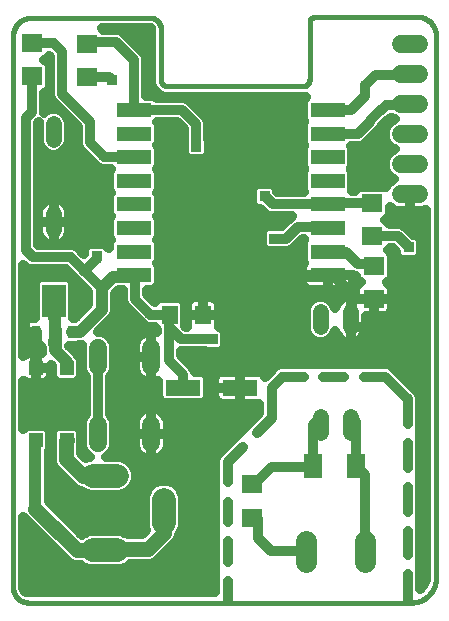
<source format=gtl>
G75*
%MOIN*%
%OFA0B0*%
%FSLAX25Y25*%
%IPPOS*%
%LPD*%
%AMOC8*
5,1,8,0,0,1.08239X$1,22.5*
%
%ADD10C,0.03200*%
%ADD11C,0.01600*%
%ADD12R,0.05512X0.06299*%
%ADD13R,0.07087X0.06299*%
%ADD14R,0.11811X0.04724*%
%ADD15C,0.06000*%
%ADD16C,0.05200*%
%ADD17R,0.11811X0.05512*%
%ADD18R,0.02756X0.04331*%
%ADD19R,0.02756X0.07087*%
%ADD20R,0.07874X0.11024*%
%ADD21R,0.02500X0.05000*%
%ADD22C,0.07050*%
%ADD23R,0.05906X0.08268*%
%ADD24R,0.04724X0.04724*%
%ADD25C,0.07874*%
%ADD26R,0.03562X0.03562*%
%ADD27C,0.04000*%
%ADD28C,0.03562*%
%ADD29C,0.05000*%
D10*
X0039445Y0047941D02*
X0040065Y0047684D01*
X0040400Y0047651D01*
X0102735Y0047651D01*
X0102735Y0091937D01*
X0103375Y0093481D01*
X0117302Y0107408D01*
X0117302Y0110602D01*
X0117034Y0110549D01*
X0110872Y0110549D01*
X0110872Y0115905D01*
X0110872Y0115905D01*
X0102367Y0115905D01*
X0102367Y0118917D01*
X0102467Y0119419D01*
X0102663Y0119892D01*
X0102947Y0120318D01*
X0103310Y0120680D01*
X0103735Y0120965D01*
X0104209Y0121161D01*
X0104711Y0121261D01*
X0110872Y0121261D01*
X0110872Y0115905D01*
X0110872Y0115905D01*
X0102367Y0115905D01*
X0102367Y0112893D01*
X0102467Y0112390D01*
X0102663Y0111917D01*
X0102947Y0111491D01*
X0103310Y0111129D01*
X0103735Y0110845D01*
X0104209Y0110649D01*
X0104711Y0110549D01*
X0110872Y0110549D01*
X0110872Y0115905D01*
X0110872Y0121261D01*
X0117034Y0121261D01*
X0117536Y0121161D01*
X0118010Y0120965D01*
X0118435Y0120680D01*
X0118797Y0120318D01*
X0119082Y0119892D01*
X0119219Y0119561D01*
X0121485Y0121827D01*
X0121485Y0121827D01*
X0122667Y0123009D01*
X0124210Y0123648D01*
X0160133Y0123648D01*
X0161677Y0123009D01*
X0169157Y0115528D01*
X0170339Y0114347D01*
X0170978Y0112803D01*
X0170978Y0048769D01*
X0171401Y0049077D01*
X0172296Y0050309D01*
X0172767Y0051757D01*
X0172827Y0052519D01*
X0172827Y0175201D01*
X0172653Y0175112D01*
X0171814Y0174839D01*
X0170944Y0174702D01*
X0167503Y0174702D01*
X0167503Y0180301D01*
X0167503Y0180301D01*
X0167503Y0174702D01*
X0164062Y0174702D01*
X0163192Y0174839D01*
X0162353Y0175112D01*
X0161568Y0175512D01*
X0160914Y0175987D01*
X0160914Y0173694D01*
X0160548Y0172809D01*
X0159871Y0172132D01*
X0159094Y0171810D01*
X0159871Y0171489D01*
X0160548Y0170812D01*
X0160757Y0170305D01*
X0164425Y0170305D01*
X0165898Y0169695D01*
X0168650Y0166943D01*
X0169432Y0166943D01*
X0170316Y0166577D01*
X0170993Y0165900D01*
X0171360Y0165015D01*
X0171360Y0160495D01*
X0170993Y0159611D01*
X0170316Y0158933D01*
X0169432Y0158567D01*
X0164912Y0158567D01*
X0164027Y0158933D01*
X0163350Y0159611D01*
X0162983Y0160495D01*
X0162983Y0161276D01*
X0161969Y0162291D01*
X0160757Y0162291D01*
X0160548Y0161785D01*
X0160413Y0161650D01*
X0160423Y0161646D01*
X0161100Y0160969D01*
X0161467Y0160084D01*
X0161467Y0152827D01*
X0161100Y0151943D01*
X0160423Y0151266D01*
X0159899Y0151048D01*
X0160291Y0150886D01*
X0160717Y0150601D01*
X0161079Y0150239D01*
X0161364Y0149813D01*
X0161560Y0149340D01*
X0161660Y0148838D01*
X0161660Y0145432D01*
X0155517Y0145432D01*
X0155517Y0145432D01*
X0155517Y0139683D01*
X0159316Y0139683D01*
X0159818Y0139783D01*
X0160291Y0139979D01*
X0160717Y0140263D01*
X0161079Y0140625D01*
X0161364Y0141051D01*
X0161560Y0141524D01*
X0161660Y0142027D01*
X0161660Y0145432D01*
X0155517Y0145432D01*
X0155516Y0145432D01*
X0155516Y0139683D01*
X0152962Y0139683D01*
X0152962Y0136023D01*
X0147762Y0136023D01*
X0147762Y0146423D01*
X0147353Y0146423D01*
X0146545Y0146295D01*
X0145766Y0146042D01*
X0145037Y0145670D01*
X0144375Y0145189D01*
X0143796Y0144610D01*
X0143315Y0143948D01*
X0142943Y0143219D01*
X0142690Y0142441D01*
X0142687Y0142418D01*
X0142007Y0144059D01*
X0140598Y0145468D01*
X0138758Y0146230D01*
X0136766Y0146230D01*
X0134926Y0145468D01*
X0133517Y0144059D01*
X0132755Y0142219D01*
X0132755Y0135027D01*
X0133517Y0133187D01*
X0134926Y0131778D01*
X0136766Y0131016D01*
X0138758Y0131016D01*
X0140598Y0131778D01*
X0142007Y0133187D01*
X0142687Y0134828D01*
X0142690Y0134805D01*
X0142943Y0134027D01*
X0143315Y0133297D01*
X0143796Y0132635D01*
X0144375Y0132056D01*
X0145037Y0131575D01*
X0145766Y0131204D01*
X0146545Y0130951D01*
X0147353Y0130823D01*
X0147762Y0130823D01*
X0147762Y0136023D01*
X0147762Y0136023D01*
X0147762Y0146423D01*
X0148171Y0146423D01*
X0148980Y0146295D01*
X0149373Y0146167D01*
X0149373Y0148838D01*
X0149473Y0149340D01*
X0149669Y0149813D01*
X0149954Y0150239D01*
X0150316Y0150601D01*
X0150742Y0150886D01*
X0151134Y0151048D01*
X0150610Y0151266D01*
X0149933Y0151943D01*
X0149566Y0152827D01*
X0149566Y0153236D01*
X0149445Y0153236D01*
X0148607Y0153584D01*
X0148607Y0153361D01*
X0140102Y0153361D01*
X0140102Y0153361D01*
X0140102Y0148399D01*
X0146263Y0148399D01*
X0146765Y0148499D01*
X0147239Y0148695D01*
X0147664Y0148980D01*
X0148027Y0149342D01*
X0148311Y0149768D01*
X0148507Y0150241D01*
X0148607Y0150743D01*
X0148607Y0153361D01*
X0140102Y0153361D01*
X0140102Y0153361D01*
X0140102Y0148399D01*
X0133940Y0148399D01*
X0133438Y0148499D01*
X0132964Y0148695D01*
X0132539Y0148980D01*
X0132177Y0149342D01*
X0131892Y0149768D01*
X0131696Y0150241D01*
X0131596Y0150743D01*
X0131596Y0153361D01*
X0140101Y0153361D01*
X0140101Y0153361D01*
X0131596Y0153361D01*
X0131596Y0155980D01*
X0131696Y0156482D01*
X0131892Y0156955D01*
X0132177Y0157381D01*
X0132230Y0157435D01*
X0132155Y0157510D01*
X0131789Y0158394D01*
X0131789Y0164076D01*
X0132155Y0164961D01*
X0132367Y0165172D01*
X0132155Y0165384D01*
X0132132Y0165441D01*
X0131824Y0165441D01*
X0128497Y0162114D01*
X0127024Y0161504D01*
X0124987Y0161504D01*
X0124550Y0161323D01*
X0120030Y0161323D01*
X0119145Y0161689D01*
X0118468Y0162366D01*
X0118102Y0163251D01*
X0118102Y0167771D01*
X0118468Y0168656D01*
X0119145Y0169333D01*
X0120030Y0169699D01*
X0124550Y0169699D01*
X0124690Y0169641D01*
X0126767Y0171718D01*
X0127894Y0172845D01*
X0128211Y0172976D01*
X0121044Y0172976D01*
X0119571Y0173586D01*
X0117661Y0175496D01*
X0116880Y0175496D01*
X0115996Y0175863D01*
X0115318Y0176540D01*
X0114952Y0177424D01*
X0114952Y0181944D01*
X0115318Y0182829D01*
X0115996Y0183506D01*
X0116880Y0183872D01*
X0121400Y0183872D01*
X0122285Y0183506D01*
X0122962Y0182829D01*
X0123328Y0181944D01*
X0123328Y0181163D01*
X0123501Y0180991D01*
X0132297Y0180991D01*
X0132155Y0181132D01*
X0131789Y0182016D01*
X0131789Y0187698D01*
X0132155Y0188583D01*
X0132367Y0188794D01*
X0132155Y0189006D01*
X0131789Y0189890D01*
X0131789Y0195573D01*
X0132155Y0196457D01*
X0132367Y0196669D01*
X0132155Y0196880D01*
X0131789Y0197764D01*
X0131789Y0203447D01*
X0132155Y0204331D01*
X0132367Y0204543D01*
X0132155Y0204754D01*
X0131789Y0205639D01*
X0131789Y0211321D01*
X0132155Y0212205D01*
X0132833Y0212882D01*
X0132871Y0212898D01*
X0085711Y0212898D01*
X0083593Y0213776D01*
X0083593Y0213776D01*
X0081972Y0215397D01*
X0081972Y0215397D01*
X0081094Y0217514D01*
X0081094Y0235590D01*
X0081092Y0235618D01*
X0081070Y0235669D01*
X0081031Y0235709D01*
X0080979Y0235730D01*
X0080951Y0235733D01*
X0064917Y0235733D01*
X0065373Y0235277D01*
X0070217Y0235277D01*
X0071690Y0234667D01*
X0072817Y0233540D01*
X0078931Y0227426D01*
X0079541Y0225953D01*
X0079541Y0213249D01*
X0081919Y0213249D01*
X0082804Y0212882D01*
X0083255Y0212431D01*
X0092378Y0212431D01*
X0093851Y0211821D01*
X0094978Y0210694D01*
X0099703Y0205970D01*
X0100313Y0204497D01*
X0100313Y0198917D01*
X0100494Y0198480D01*
X0100494Y0193960D01*
X0100127Y0193075D01*
X0099450Y0192398D01*
X0098565Y0192031D01*
X0094046Y0192031D01*
X0093161Y0192398D01*
X0092484Y0193075D01*
X0092117Y0193960D01*
X0092117Y0198480D01*
X0092298Y0198917D01*
X0092298Y0202040D01*
X0089921Y0204417D01*
X0083395Y0204417D01*
X0083481Y0204331D01*
X0083847Y0203447D01*
X0083847Y0197764D01*
X0083481Y0196880D01*
X0083269Y0196669D01*
X0083481Y0196457D01*
X0083847Y0195573D01*
X0083847Y0189890D01*
X0083481Y0189006D01*
X0083269Y0188794D01*
X0083481Y0188583D01*
X0083847Y0187698D01*
X0083847Y0182016D01*
X0083481Y0181132D01*
X0083269Y0180920D01*
X0083481Y0180709D01*
X0083847Y0179824D01*
X0083847Y0174142D01*
X0083481Y0173258D01*
X0083269Y0173046D01*
X0083481Y0172835D01*
X0083847Y0171950D01*
X0083847Y0166268D01*
X0083481Y0165384D01*
X0083269Y0165172D01*
X0083481Y0164961D01*
X0083847Y0164076D01*
X0083847Y0158394D01*
X0083481Y0157510D01*
X0083269Y0157298D01*
X0083481Y0157087D01*
X0083847Y0156202D01*
X0083847Y0150520D01*
X0083481Y0149636D01*
X0082804Y0148959D01*
X0081919Y0148592D01*
X0079840Y0148592D01*
X0079840Y0147092D01*
X0082588Y0144344D01*
X0082746Y0144725D01*
X0083423Y0145402D01*
X0084308Y0145768D01*
X0090777Y0145768D01*
X0091662Y0145402D01*
X0092339Y0144725D01*
X0092705Y0143840D01*
X0092705Y0136583D01*
X0092592Y0136309D01*
X0092847Y0136054D01*
X0093414Y0136054D01*
X0093310Y0136304D01*
X0093210Y0136806D01*
X0093210Y0140212D01*
X0098566Y0140212D01*
X0098566Y0145961D01*
X0095554Y0145961D01*
X0095052Y0145861D01*
X0094579Y0145666D01*
X0094153Y0145381D01*
X0093791Y0145019D01*
X0093506Y0144593D01*
X0093310Y0144120D01*
X0093210Y0143617D01*
X0093210Y0140212D01*
X0098566Y0140212D01*
X0098566Y0140212D01*
X0098566Y0140212D01*
X0098566Y0145961D01*
X0101578Y0145961D01*
X0102080Y0145861D01*
X0102554Y0145666D01*
X0102979Y0145381D01*
X0103342Y0145019D01*
X0103626Y0144593D01*
X0103822Y0144120D01*
X0103922Y0143617D01*
X0103922Y0140212D01*
X0098566Y0140212D01*
X0108014Y0140212D01*
X0108510Y0140708D01*
X0110872Y0138346D01*
X0110872Y0115905D01*
X0110872Y0115905D01*
X0110872Y0115536D02*
X0110872Y0115536D01*
X0110872Y0118734D02*
X0110872Y0118734D01*
X0110872Y0112337D02*
X0110872Y0112337D01*
X0115834Y0105940D02*
X0086402Y0105940D01*
X0086539Y0105672D02*
X0086139Y0106457D01*
X0085621Y0107170D01*
X0084998Y0107793D01*
X0084285Y0108312D01*
X0083499Y0108712D01*
X0082661Y0108984D01*
X0081790Y0109122D01*
X0081350Y0109122D01*
X0081350Y0100522D01*
X0081350Y0100522D01*
X0086950Y0100522D01*
X0086950Y0103963D01*
X0086812Y0104833D01*
X0086539Y0105672D01*
X0086950Y0102742D02*
X0112636Y0102742D01*
X0109437Y0099543D02*
X0086950Y0099543D01*
X0086950Y0100522D02*
X0086950Y0097081D01*
X0086812Y0096211D01*
X0086539Y0095372D01*
X0086139Y0094587D01*
X0085621Y0093874D01*
X0084998Y0093251D01*
X0084285Y0092732D01*
X0083499Y0092332D01*
X0082661Y0092060D01*
X0081790Y0091922D01*
X0081350Y0091922D01*
X0081350Y0100522D01*
X0086950Y0100522D01*
X0086833Y0096345D02*
X0106239Y0096345D01*
X0103236Y0093146D02*
X0084854Y0093146D01*
X0081350Y0093146D02*
X0081350Y0093146D01*
X0081350Y0091922D02*
X0081350Y0100522D01*
X0081350Y0100522D01*
X0081350Y0100522D01*
X0081350Y0126122D01*
X0081350Y0117522D01*
X0081790Y0117522D01*
X0082661Y0117660D01*
X0083499Y0117932D01*
X0083662Y0118015D01*
X0083662Y0112670D01*
X0084029Y0111785D01*
X0084706Y0111108D01*
X0085590Y0110742D01*
X0098359Y0110742D01*
X0099244Y0111108D01*
X0099921Y0111785D01*
X0100287Y0112670D01*
X0100287Y0119139D01*
X0099921Y0120024D01*
X0099244Y0120701D01*
X0098359Y0121068D01*
X0095967Y0121068D01*
X0095372Y0122505D01*
X0091257Y0126620D01*
X0091257Y0128039D01*
X0099120Y0128039D01*
X0099557Y0127858D01*
X0104077Y0127858D01*
X0104962Y0128225D01*
X0105639Y0128902D01*
X0106005Y0129787D01*
X0106005Y0134306D01*
X0105639Y0135191D01*
X0104962Y0135868D01*
X0104077Y0136235D01*
X0103793Y0136235D01*
X0103822Y0136304D01*
X0103922Y0136806D01*
X0103922Y0140212D01*
X0098566Y0140212D01*
X0098566Y0140212D01*
X0098566Y0141124D02*
X0098566Y0141124D01*
X0098566Y0144322D02*
X0098566Y0144322D01*
X0093394Y0144322D02*
X0092506Y0144322D01*
X0092705Y0141124D02*
X0093210Y0141124D01*
X0093210Y0137925D02*
X0092705Y0137925D01*
X0087543Y0140212D02*
X0087250Y0139920D01*
X0087250Y0135983D01*
X0091187Y0132046D01*
X0101817Y0132046D01*
X0106005Y0131528D02*
X0135529Y0131528D01*
X0132879Y0134727D02*
X0105831Y0134727D01*
X0103922Y0137925D02*
X0132755Y0137925D01*
X0132755Y0141124D02*
X0103922Y0141124D01*
X0103738Y0144322D02*
X0133781Y0144322D01*
X0131601Y0150719D02*
X0083847Y0150719D01*
X0083847Y0153918D02*
X0131596Y0153918D01*
X0132000Y0157116D02*
X0083451Y0157116D01*
X0083847Y0160315D02*
X0131789Y0160315D01*
X0131789Y0163514D02*
X0129896Y0163514D01*
X0126227Y0165511D02*
X0130164Y0169448D01*
X0139763Y0169448D01*
X0140102Y0169109D01*
X0140102Y0161235D02*
X0146250Y0161235D01*
X0150243Y0157243D01*
X0154729Y0157243D01*
X0155517Y0156456D01*
X0150492Y0150719D02*
X0148602Y0150719D01*
X0149373Y0147521D02*
X0079840Y0147521D01*
X0075833Y0145432D02*
X0075833Y0153063D01*
X0075535Y0153361D01*
X0071826Y0148363D02*
X0071826Y0144635D01*
X0072436Y0143162D01*
X0073563Y0142035D01*
X0078784Y0136815D01*
X0080256Y0136205D01*
X0082536Y0136205D01*
X0082746Y0135699D01*
X0083243Y0135201D01*
X0083243Y0134395D01*
X0082661Y0134584D01*
X0081790Y0134722D01*
X0081350Y0134722D01*
X0081350Y0126122D01*
X0081350Y0126122D01*
X0081350Y0126122D01*
X0081350Y0117522D01*
X0080909Y0117522D01*
X0080038Y0117660D01*
X0079200Y0117932D01*
X0078415Y0118332D01*
X0077701Y0118851D01*
X0077078Y0119474D01*
X0076560Y0120187D01*
X0076160Y0120972D01*
X0075888Y0121811D01*
X0075750Y0122681D01*
X0075750Y0126122D01*
X0081349Y0126122D01*
X0081349Y0126122D01*
X0075750Y0126122D01*
X0075750Y0129563D01*
X0075888Y0130433D01*
X0076160Y0131272D01*
X0076560Y0132057D01*
X0077078Y0132770D01*
X0077701Y0133393D01*
X0078415Y0133912D01*
X0079200Y0134312D01*
X0080038Y0134584D01*
X0080909Y0134722D01*
X0081350Y0134722D01*
X0081350Y0126122D01*
X0081350Y0125131D02*
X0081350Y0125131D01*
X0081350Y0121933D02*
X0081350Y0121933D01*
X0081350Y0118734D02*
X0081350Y0118734D01*
X0083662Y0115536D02*
X0067557Y0115536D01*
X0067557Y0118734D02*
X0077861Y0118734D01*
X0075868Y0121933D02*
X0068910Y0121933D01*
X0068957Y0122047D02*
X0068957Y0130198D01*
X0068134Y0132185D01*
X0066612Y0133706D01*
X0064625Y0134529D01*
X0063711Y0134529D01*
X0067316Y0138134D01*
X0068556Y0139374D01*
X0069227Y0140993D01*
X0069227Y0147145D01*
X0070445Y0148363D01*
X0071826Y0148363D01*
X0071826Y0147521D02*
X0069603Y0147521D01*
X0069227Y0144322D02*
X0071956Y0144322D01*
X0074475Y0141124D02*
X0069227Y0141124D01*
X0067108Y0137925D02*
X0077673Y0137925D01*
X0081054Y0140212D02*
X0075833Y0145432D01*
X0081054Y0140212D02*
X0087543Y0140212D01*
X0087250Y0135983D02*
X0087250Y0124960D01*
X0091975Y0120235D01*
X0091975Y0115905D01*
X0095609Y0121933D02*
X0121591Y0121933D01*
X0125046Y0119448D02*
X0132196Y0119448D01*
X0138596Y0119448D02*
X0145747Y0119448D01*
X0152147Y0119448D02*
X0159298Y0119448D01*
X0166778Y0111968D01*
X0166778Y0103781D01*
X0170978Y0102742D02*
X0172827Y0102742D01*
X0172827Y0105940D02*
X0170978Y0105940D01*
X0170978Y0109139D02*
X0172827Y0109139D01*
X0172827Y0112337D02*
X0170978Y0112337D01*
X0169150Y0115536D02*
X0172827Y0115536D01*
X0172827Y0118734D02*
X0165951Y0118734D01*
X0162752Y0121933D02*
X0172827Y0121933D01*
X0172827Y0125131D02*
X0092746Y0125131D01*
X0100287Y0118734D02*
X0102367Y0118734D01*
X0102367Y0115536D02*
X0100287Y0115536D01*
X0100150Y0112337D02*
X0102489Y0112337D01*
X0105067Y0128330D02*
X0172827Y0128330D01*
X0172827Y0131528D02*
X0150395Y0131528D01*
X0150488Y0131575D02*
X0151150Y0132056D01*
X0151729Y0132635D01*
X0152210Y0133297D01*
X0152581Y0134027D01*
X0152834Y0134805D01*
X0152962Y0135614D01*
X0152962Y0136023D01*
X0147762Y0136023D01*
X0148274Y0136535D01*
X0148274Y0147007D01*
X0149849Y0145432D01*
X0155517Y0145432D01*
X0155516Y0144322D02*
X0155517Y0144322D01*
X0155516Y0141124D02*
X0155517Y0141124D01*
X0152962Y0137925D02*
X0172827Y0137925D01*
X0172827Y0141124D02*
X0161394Y0141124D01*
X0161660Y0144322D02*
X0172827Y0144322D01*
X0172827Y0147521D02*
X0161660Y0147521D01*
X0160541Y0150719D02*
X0172827Y0150719D01*
X0172827Y0153918D02*
X0161467Y0153918D01*
X0161467Y0157116D02*
X0172827Y0157116D01*
X0172827Y0160315D02*
X0171285Y0160315D01*
X0171360Y0163514D02*
X0172827Y0163514D01*
X0172827Y0166712D02*
X0169990Y0166712D01*
X0172827Y0169911D02*
X0165379Y0169911D01*
X0163628Y0166298D02*
X0167172Y0162755D01*
X0163058Y0160315D02*
X0161371Y0160315D01*
X0163628Y0166298D02*
X0154964Y0166298D01*
X0160672Y0173109D02*
X0172827Y0173109D01*
X0167503Y0176308D02*
X0167503Y0176308D01*
X0167503Y0179506D02*
X0167503Y0179506D01*
X0162189Y0185408D02*
X0161440Y0185718D01*
X0159919Y0187239D01*
X0159096Y0189226D01*
X0159096Y0191377D01*
X0159919Y0193364D01*
X0161440Y0194885D01*
X0162445Y0195302D01*
X0161440Y0195718D01*
X0159919Y0197239D01*
X0159096Y0199226D01*
X0159096Y0201377D01*
X0159919Y0203364D01*
X0161440Y0204885D01*
X0162445Y0205302D01*
X0161440Y0205718D01*
X0161258Y0205899D01*
X0160386Y0205027D01*
X0159714Y0204749D01*
X0157855Y0202890D01*
X0157577Y0202218D01*
X0156449Y0201090D01*
X0152567Y0197208D01*
X0151095Y0196598D01*
X0147906Y0196598D01*
X0148048Y0196457D01*
X0148414Y0195573D01*
X0148414Y0189890D01*
X0148048Y0189006D01*
X0147836Y0188794D01*
X0148048Y0188583D01*
X0148414Y0187698D01*
X0148414Y0182016D01*
X0148129Y0181329D01*
X0149170Y0181329D01*
X0149380Y0181835D01*
X0150057Y0182512D01*
X0150942Y0182879D01*
X0158986Y0182879D01*
X0159436Y0182692D01*
X0159714Y0183237D01*
X0160232Y0183950D01*
X0160855Y0184573D01*
X0161568Y0185091D01*
X0162189Y0185408D01*
X0161255Y0185903D02*
X0148414Y0185903D01*
X0148414Y0182705D02*
X0150521Y0182705D01*
X0148087Y0189102D02*
X0159148Y0189102D01*
X0159478Y0192300D02*
X0148414Y0192300D01*
X0148414Y0195499D02*
X0161969Y0195499D01*
X0159315Y0198697D02*
X0154056Y0198697D01*
X0157255Y0201896D02*
X0159311Y0201896D01*
X0160453Y0205094D02*
X0161944Y0205094D01*
X0158117Y0208424D02*
X0159691Y0209999D01*
X0167201Y0209999D01*
X0167503Y0210302D01*
X0158117Y0208424D02*
X0157723Y0208424D01*
X0154180Y0204881D01*
X0154180Y0204487D01*
X0150298Y0200606D01*
X0140102Y0200606D01*
X0140102Y0208480D02*
X0147935Y0208480D01*
X0152605Y0213149D01*
X0152605Y0216692D01*
X0156148Y0220235D01*
X0167437Y0220235D01*
X0167503Y0220302D01*
X0159443Y0182705D02*
X0159406Y0182705D01*
X0154964Y0177322D02*
X0140440Y0177322D01*
X0140102Y0176983D01*
X0121841Y0176983D01*
X0119140Y0179684D01*
X0115551Y0176308D02*
X0083847Y0176308D01*
X0083847Y0179506D02*
X0114952Y0179506D01*
X0115267Y0182705D02*
X0083847Y0182705D01*
X0083847Y0185903D02*
X0131789Y0185903D01*
X0131789Y0182705D02*
X0123013Y0182705D01*
X0120724Y0173109D02*
X0083332Y0173109D01*
X0083847Y0169911D02*
X0124959Y0169911D01*
X0126227Y0165511D02*
X0122290Y0165511D01*
X0118102Y0166712D02*
X0083847Y0166712D01*
X0083847Y0163514D02*
X0118102Y0163514D01*
X0118353Y0150550D02*
X0126227Y0150550D01*
X0128589Y0152913D01*
X0139653Y0152913D01*
X0140102Y0153361D01*
X0141920Y0153361D01*
X0148274Y0147007D01*
X0147762Y0144322D02*
X0147762Y0144322D01*
X0147762Y0141124D02*
X0147762Y0141124D01*
X0147762Y0137925D02*
X0147762Y0137925D01*
X0147762Y0136023D02*
X0147762Y0136023D01*
X0147762Y0136023D01*
X0147762Y0130823D01*
X0148171Y0130823D01*
X0148980Y0130951D01*
X0149758Y0131204D01*
X0150488Y0131575D01*
X0147762Y0131528D02*
X0147762Y0131528D01*
X0147762Y0134727D02*
X0147762Y0134727D01*
X0145129Y0131528D02*
X0139996Y0131528D01*
X0142645Y0134727D02*
X0142716Y0134727D01*
X0143587Y0144322D02*
X0141744Y0144322D01*
X0140102Y0150719D02*
X0140102Y0150719D01*
X0152809Y0134727D02*
X0172827Y0134727D01*
X0172827Y0099543D02*
X0170978Y0099543D01*
X0170978Y0096345D02*
X0172827Y0096345D01*
X0172827Y0093146D02*
X0170978Y0093146D01*
X0170978Y0089948D02*
X0172827Y0089948D01*
X0172827Y0086749D02*
X0170978Y0086749D01*
X0170978Y0083551D02*
X0172827Y0083551D01*
X0172827Y0080352D02*
X0170978Y0080352D01*
X0170978Y0077154D02*
X0172827Y0077154D01*
X0172827Y0073955D02*
X0170978Y0073955D01*
X0170978Y0070757D02*
X0172827Y0070757D01*
X0172827Y0067558D02*
X0170978Y0067558D01*
X0170978Y0064360D02*
X0172827Y0064360D01*
X0172827Y0061161D02*
X0170978Y0061161D01*
X0170978Y0057963D02*
X0172827Y0057963D01*
X0172827Y0054764D02*
X0170978Y0054764D01*
X0170978Y0051566D02*
X0172705Y0051566D01*
X0166778Y0053619D02*
X0166778Y0045432D01*
X0166778Y0060019D02*
X0166778Y0068206D01*
X0166778Y0074606D02*
X0166778Y0082794D01*
X0166778Y0089194D02*
X0166778Y0097381D01*
X0152605Y0086771D02*
X0149455Y0089920D01*
X0149455Y0104330D01*
X0147762Y0106023D01*
X0137762Y0106023D02*
X0135282Y0103543D01*
X0135282Y0089920D01*
X0134888Y0089527D01*
X0121502Y0089527D01*
X0116384Y0084409D01*
X0114809Y0083621D01*
X0106935Y0084287D02*
X0106935Y0091102D01*
X0111956Y0096122D01*
X0116482Y0100648D02*
X0121502Y0105669D01*
X0121502Y0115905D01*
X0125046Y0119448D01*
X0117302Y0109139D02*
X0067557Y0109139D01*
X0067557Y0107162D02*
X0067557Y0119482D01*
X0068134Y0120059D01*
X0068957Y0122047D01*
X0068957Y0125131D02*
X0075750Y0125131D01*
X0075750Y0128330D02*
X0068957Y0128330D01*
X0068405Y0131528D02*
X0076291Y0131528D01*
X0081350Y0131528D02*
X0081350Y0131528D01*
X0081350Y0128330D02*
X0081350Y0128330D01*
X0083243Y0134727D02*
X0063909Y0134727D01*
X0058143Y0130087D02*
X0058143Y0122047D01*
X0058966Y0120059D01*
X0059543Y0119482D01*
X0059543Y0107162D01*
X0058966Y0106585D01*
X0058143Y0104598D01*
X0058143Y0096447D01*
X0058966Y0094459D01*
X0060487Y0092938D01*
X0060815Y0092802D01*
X0060708Y0092802D01*
X0059572Y0092332D01*
X0057901Y0094003D01*
X0057901Y0095506D01*
X0057907Y0095521D01*
X0057907Y0097053D01*
X0058045Y0097386D01*
X0058045Y0099338D01*
X0057907Y0099671D01*
X0057907Y0101203D01*
X0057541Y0102088D01*
X0056863Y0102765D01*
X0055979Y0103131D01*
X0054447Y0103131D01*
X0054114Y0103269D01*
X0052162Y0103269D01*
X0051829Y0103131D01*
X0050297Y0103131D01*
X0049412Y0102765D01*
X0048735Y0102088D01*
X0048369Y0101203D01*
X0048369Y0099875D01*
X0048087Y0099194D01*
X0048087Y0090994D01*
X0048834Y0089190D01*
X0050214Y0087810D01*
X0050214Y0087810D01*
X0055726Y0082298D01*
X0057529Y0081551D01*
X0057905Y0081551D01*
X0058376Y0081080D01*
X0060708Y0080114D01*
X0071106Y0080114D01*
X0073438Y0081080D01*
X0075222Y0082865D01*
X0076188Y0085196D01*
X0076188Y0087720D01*
X0075222Y0090052D01*
X0073438Y0091837D01*
X0071106Y0092802D01*
X0066285Y0092802D01*
X0066612Y0092938D01*
X0068134Y0094459D01*
X0068957Y0096447D01*
X0068957Y0104598D01*
X0068134Y0106585D01*
X0067557Y0107162D01*
X0068401Y0105940D02*
X0076297Y0105940D01*
X0076160Y0105672D02*
X0075888Y0104833D01*
X0075750Y0103963D01*
X0075750Y0100522D01*
X0075750Y0097081D01*
X0075888Y0096211D01*
X0076160Y0095372D01*
X0076560Y0094587D01*
X0077078Y0093874D01*
X0077701Y0093251D01*
X0078415Y0092732D01*
X0079200Y0092332D01*
X0080038Y0092060D01*
X0080909Y0091922D01*
X0081350Y0091922D01*
X0077845Y0093146D02*
X0066821Y0093146D01*
X0068915Y0096345D02*
X0075866Y0096345D01*
X0075750Y0099543D02*
X0068957Y0099543D01*
X0068957Y0102742D02*
X0075750Y0102742D01*
X0075750Y0100522D02*
X0081349Y0100522D01*
X0075750Y0100522D01*
X0076160Y0105672D02*
X0076560Y0106457D01*
X0077078Y0107170D01*
X0077701Y0107793D01*
X0078415Y0108312D01*
X0079200Y0108712D01*
X0080038Y0108984D01*
X0080909Y0109122D01*
X0081350Y0109122D01*
X0081350Y0100522D01*
X0081349Y0100522D02*
X0081349Y0100522D01*
X0081350Y0099543D02*
X0081350Y0099543D01*
X0081350Y0096345D02*
X0081350Y0096345D01*
X0081350Y0102742D02*
X0081350Y0102742D01*
X0081350Y0105940D02*
X0081350Y0105940D01*
X0083800Y0112337D02*
X0067557Y0112337D01*
X0059543Y0112337D02*
X0038682Y0112337D01*
X0038682Y0115536D02*
X0059543Y0115536D01*
X0059543Y0118734D02*
X0057575Y0118734D01*
X0057541Y0118652D02*
X0057907Y0119537D01*
X0057907Y0125219D01*
X0057541Y0126104D01*
X0057071Y0126574D01*
X0056874Y0127048D01*
X0054001Y0129921D01*
X0056741Y0129921D01*
X0057140Y0130087D01*
X0058143Y0130087D01*
X0058143Y0128330D02*
X0055592Y0128330D01*
X0057907Y0125131D02*
X0058143Y0125131D01*
X0058190Y0121933D02*
X0057907Y0121933D01*
X0057541Y0118652D02*
X0056863Y0117975D01*
X0055979Y0117609D01*
X0050297Y0117609D01*
X0049412Y0117975D01*
X0048735Y0118652D01*
X0048369Y0119537D01*
X0048369Y0123089D01*
X0047864Y0123593D01*
X0047864Y0122378D01*
X0042902Y0122378D01*
X0042902Y0122378D01*
X0047864Y0122378D01*
X0047864Y0119760D01*
X0047764Y0119257D01*
X0047568Y0118784D01*
X0047283Y0118358D01*
X0046921Y0117996D01*
X0046495Y0117712D01*
X0046022Y0117516D01*
X0045520Y0117416D01*
X0042902Y0117416D01*
X0042902Y0122378D01*
X0042902Y0122378D01*
X0042902Y0127340D01*
X0044976Y0127340D01*
X0044913Y0127493D01*
X0044913Y0129136D01*
X0044667Y0129728D01*
X0043073Y0129728D01*
X0043073Y0134494D01*
X0043073Y0134494D01*
X0039095Y0134494D01*
X0039095Y0136915D01*
X0039195Y0137417D01*
X0039391Y0137891D01*
X0039676Y0138316D01*
X0040038Y0138679D01*
X0040464Y0138963D01*
X0040937Y0139159D01*
X0041439Y0139259D01*
X0042635Y0139259D01*
X0042635Y0150917D01*
X0043001Y0151802D01*
X0043678Y0152479D01*
X0044563Y0152846D01*
X0053395Y0152846D01*
X0054279Y0152479D01*
X0054956Y0151802D01*
X0055323Y0150917D01*
X0055323Y0139066D01*
X0055783Y0139066D01*
X0060413Y0143696D01*
X0060413Y0147710D01*
X0056790Y0151332D01*
X0056790Y0151332D01*
X0055663Y0152460D01*
X0055663Y0152460D01*
X0052837Y0155286D01*
X0041173Y0155286D01*
X0039700Y0155896D01*
X0038682Y0156914D01*
X0038682Y0126560D01*
X0038882Y0126760D01*
X0039308Y0127044D01*
X0039781Y0127240D01*
X0040283Y0127340D01*
X0042902Y0127340D01*
X0042902Y0122378D01*
X0042902Y0122378D01*
X0042902Y0117416D01*
X0040283Y0117416D01*
X0039781Y0117516D01*
X0039308Y0117712D01*
X0038882Y0117996D01*
X0038682Y0118196D01*
X0038682Y0102271D01*
X0039176Y0102765D01*
X0040061Y0103131D01*
X0045743Y0103131D01*
X0046627Y0102765D01*
X0047304Y0102088D01*
X0047671Y0101203D01*
X0047671Y0095521D01*
X0047304Y0094636D01*
X0047127Y0094459D01*
X0047127Y0078103D01*
X0058286Y0066943D01*
X0058376Y0067033D01*
X0060708Y0067999D01*
X0071106Y0067999D01*
X0073438Y0067033D01*
X0073515Y0066956D01*
X0078126Y0066956D01*
X0079650Y0068479D01*
X0079248Y0069448D01*
X0079248Y0079846D01*
X0080214Y0082178D01*
X0081998Y0083963D01*
X0084330Y0084928D01*
X0086854Y0084928D01*
X0089186Y0083963D01*
X0090970Y0082178D01*
X0091936Y0079846D01*
X0091936Y0069448D01*
X0090970Y0067117D01*
X0090499Y0066645D01*
X0090499Y0066506D01*
X0089752Y0064702D01*
X0084319Y0059269D01*
X0082939Y0057889D01*
X0081135Y0057142D01*
X0074303Y0057142D01*
X0073438Y0056277D01*
X0071106Y0055311D01*
X0060708Y0055311D01*
X0058376Y0056277D01*
X0057905Y0056748D01*
X0055659Y0056748D01*
X0053855Y0057495D01*
X0038682Y0072668D01*
X0038682Y0049369D01*
X0038715Y0049034D01*
X0038971Y0048415D01*
X0039445Y0047941D01*
X0039019Y0048367D02*
X0102735Y0048367D01*
X0102735Y0051566D02*
X0038682Y0051566D01*
X0038682Y0054764D02*
X0102735Y0054764D01*
X0102735Y0057963D02*
X0083013Y0057963D01*
X0086211Y0061161D02*
X0102735Y0061161D01*
X0102735Y0064360D02*
X0089410Y0064360D01*
X0091153Y0067558D02*
X0102735Y0067558D01*
X0102735Y0070757D02*
X0091936Y0070757D01*
X0091936Y0073955D02*
X0102735Y0073955D01*
X0102735Y0077154D02*
X0091936Y0077154D01*
X0091727Y0080352D02*
X0102735Y0080352D01*
X0102735Y0083551D02*
X0089598Y0083551D01*
X0081587Y0083551D02*
X0075507Y0083551D01*
X0076188Y0086749D02*
X0102735Y0086749D01*
X0102735Y0089948D02*
X0075265Y0089948D01*
X0071681Y0080352D02*
X0079458Y0080352D01*
X0079248Y0077154D02*
X0048076Y0077154D01*
X0047127Y0080352D02*
X0060133Y0080352D01*
X0054473Y0083551D02*
X0047127Y0083551D01*
X0047127Y0086749D02*
X0051275Y0086749D01*
X0048520Y0089948D02*
X0047127Y0089948D01*
X0047127Y0093146D02*
X0048087Y0093146D01*
X0048087Y0096345D02*
X0047671Y0096345D01*
X0047671Y0099543D02*
X0048231Y0099543D01*
X0049389Y0102742D02*
X0046651Y0102742D01*
X0039153Y0102742D02*
X0038682Y0102742D01*
X0038682Y0105940D02*
X0058699Y0105940D01*
X0058143Y0102742D02*
X0056887Y0102742D01*
X0057960Y0099543D02*
X0058143Y0099543D01*
X0058185Y0096345D02*
X0057907Y0096345D01*
X0058757Y0093146D02*
X0060279Y0093146D01*
X0063550Y0100522D02*
X0063550Y0126122D01*
X0057841Y0141124D02*
X0055323Y0141124D01*
X0055323Y0144322D02*
X0060413Y0144322D01*
X0060413Y0147521D02*
X0055323Y0147521D01*
X0055323Y0150719D02*
X0057403Y0150719D01*
X0059060Y0154730D02*
X0063230Y0158899D01*
X0063230Y0159687D01*
X0059042Y0160415D02*
X0057894Y0161563D01*
X0056767Y0162690D01*
X0055294Y0163300D01*
X0043630Y0163300D01*
X0043615Y0163315D01*
X0043615Y0204090D01*
X0043810Y0204285D01*
X0043810Y0197549D01*
X0044573Y0195709D01*
X0045981Y0194300D01*
X0047821Y0193538D01*
X0049813Y0193538D01*
X0051654Y0194300D01*
X0053062Y0195709D01*
X0053824Y0197549D01*
X0053824Y0204741D01*
X0053062Y0206581D01*
X0051654Y0207990D01*
X0049813Y0208752D01*
X0047821Y0208752D01*
X0045981Y0207990D01*
X0045587Y0207595D01*
X0045587Y0214116D01*
X0045602Y0214116D01*
X0046486Y0214482D01*
X0047163Y0215159D01*
X0047530Y0216044D01*
X0047530Y0223301D01*
X0047163Y0224186D01*
X0046486Y0224863D01*
X0045710Y0225184D01*
X0046486Y0225506D01*
X0047163Y0226183D01*
X0047303Y0226520D01*
X0047613Y0226210D01*
X0047613Y0212973D01*
X0048223Y0211500D01*
X0056813Y0202910D01*
X0056813Y0196873D01*
X0057423Y0195400D01*
X0062323Y0190500D01*
X0063450Y0189373D01*
X0064923Y0188763D01*
X0067768Y0188763D01*
X0067588Y0188583D01*
X0067222Y0187698D01*
X0067222Y0182016D01*
X0067588Y0181132D01*
X0067800Y0180920D01*
X0067588Y0180709D01*
X0067222Y0179824D01*
X0067222Y0174142D01*
X0067588Y0173258D01*
X0067800Y0173046D01*
X0067588Y0172835D01*
X0067222Y0171950D01*
X0067222Y0166268D01*
X0067588Y0165384D01*
X0067800Y0165172D01*
X0067588Y0164961D01*
X0067222Y0164076D01*
X0067222Y0162420D01*
X0067052Y0162831D01*
X0066375Y0163508D01*
X0065490Y0163875D01*
X0060970Y0163875D01*
X0060085Y0163508D01*
X0059408Y0162831D01*
X0059042Y0161947D01*
X0059042Y0160415D01*
X0057894Y0161563D02*
X0057894Y0161563D01*
X0060098Y0163514D02*
X0050160Y0163514D01*
X0050035Y0163473D02*
X0050813Y0163726D01*
X0051543Y0164097D01*
X0052205Y0164579D01*
X0052784Y0165157D01*
X0053265Y0165819D01*
X0053636Y0166549D01*
X0053889Y0167327D01*
X0054017Y0168136D01*
X0054017Y0171145D01*
X0054017Y0174154D01*
X0053889Y0174963D01*
X0053636Y0175741D01*
X0053265Y0176470D01*
X0052784Y0177132D01*
X0052205Y0177711D01*
X0051543Y0178192D01*
X0050813Y0178564D01*
X0050035Y0178817D01*
X0049227Y0178945D01*
X0048817Y0178945D01*
X0048408Y0178945D01*
X0047600Y0178817D01*
X0046821Y0178564D01*
X0046092Y0178192D01*
X0045430Y0177711D01*
X0044851Y0177132D01*
X0044370Y0176470D01*
X0043998Y0175741D01*
X0043745Y0174963D01*
X0043617Y0174154D01*
X0043617Y0171145D01*
X0048817Y0171145D01*
X0048817Y0171145D01*
X0048817Y0178945D01*
X0048817Y0171145D01*
X0048817Y0171145D01*
X0043617Y0171145D01*
X0043617Y0168136D01*
X0043745Y0167327D01*
X0043998Y0166549D01*
X0044370Y0165819D01*
X0044851Y0165157D01*
X0045430Y0164579D01*
X0046092Y0164097D01*
X0046821Y0163726D01*
X0047600Y0163473D01*
X0048408Y0163345D01*
X0048817Y0163345D01*
X0048817Y0171145D01*
X0048817Y0171145D01*
X0054017Y0171145D01*
X0048817Y0171145D01*
X0048817Y0171145D01*
X0048817Y0163345D01*
X0049227Y0163345D01*
X0050035Y0163473D01*
X0048817Y0163514D02*
X0048817Y0163514D01*
X0047475Y0163514D02*
X0043615Y0163514D01*
X0043615Y0166712D02*
X0043945Y0166712D01*
X0043615Y0169911D02*
X0043617Y0169911D01*
X0043615Y0173109D02*
X0043617Y0173109D01*
X0043615Y0176308D02*
X0044287Y0176308D01*
X0043615Y0179506D02*
X0067222Y0179506D01*
X0067222Y0176308D02*
X0053348Y0176308D01*
X0054017Y0173109D02*
X0067737Y0173109D01*
X0067222Y0169911D02*
X0054017Y0169911D01*
X0053689Y0166712D02*
X0067222Y0166712D01*
X0067222Y0163514D02*
X0066362Y0163514D01*
X0059060Y0154730D02*
X0064820Y0148970D01*
X0059060Y0154730D02*
X0054497Y0159293D01*
X0041970Y0159293D01*
X0039608Y0161655D01*
X0039608Y0205750D01*
X0041580Y0207721D01*
X0041580Y0219672D01*
X0047530Y0221087D02*
X0047613Y0221087D01*
X0047613Y0224285D02*
X0047064Y0224285D01*
X0051620Y0227870D02*
X0051620Y0213770D01*
X0060820Y0204570D01*
X0060820Y0197670D01*
X0065720Y0192770D01*
X0075496Y0192770D01*
X0075535Y0192731D01*
X0083847Y0192300D02*
X0093397Y0192300D01*
X0092117Y0195499D02*
X0083847Y0195499D01*
X0083847Y0198697D02*
X0092207Y0198697D01*
X0092298Y0201896D02*
X0083847Y0201896D01*
X0091581Y0208424D02*
X0075590Y0208424D01*
X0075535Y0208480D01*
X0075534Y0208480D01*
X0075534Y0225156D01*
X0069420Y0231270D01*
X0060663Y0231270D01*
X0059973Y0230580D01*
X0051620Y0227870D02*
X0048794Y0230696D01*
X0041580Y0230696D01*
X0047530Y0217888D02*
X0047613Y0217888D01*
X0047613Y0214690D02*
X0046694Y0214690D01*
X0045587Y0211491D02*
X0048232Y0211491D01*
X0046713Y0208293D02*
X0045587Y0208293D01*
X0050922Y0208293D02*
X0051430Y0208293D01*
X0053678Y0205094D02*
X0054629Y0205094D01*
X0053824Y0201896D02*
X0056813Y0201896D01*
X0056813Y0198697D02*
X0053824Y0198697D01*
X0052852Y0195499D02*
X0057382Y0195499D01*
X0060523Y0192300D02*
X0043615Y0192300D01*
X0043615Y0189102D02*
X0064105Y0189102D01*
X0067222Y0185903D02*
X0043615Y0185903D01*
X0043615Y0182705D02*
X0067222Y0182705D01*
X0083520Y0189102D02*
X0132116Y0189102D01*
X0131789Y0192300D02*
X0099214Y0192300D01*
X0100494Y0195499D02*
X0131789Y0195499D01*
X0131789Y0198697D02*
X0100404Y0198697D01*
X0100313Y0201896D02*
X0131789Y0201896D01*
X0132014Y0205094D02*
X0100065Y0205094D01*
X0097380Y0208293D02*
X0131789Y0208293D01*
X0131860Y0211491D02*
X0094181Y0211491D01*
X0091581Y0208424D02*
X0096306Y0203700D01*
X0096306Y0196220D01*
X0082679Y0214690D02*
X0079541Y0214690D01*
X0079541Y0217888D02*
X0081094Y0217888D01*
X0081094Y0221087D02*
X0079541Y0221087D01*
X0079541Y0224285D02*
X0081094Y0224285D01*
X0081094Y0227484D02*
X0078873Y0227484D01*
X0081094Y0230682D02*
X0075674Y0230682D01*
X0072476Y0233881D02*
X0081094Y0233881D01*
X0067139Y0219557D02*
X0068348Y0218348D01*
X0067139Y0219557D02*
X0059973Y0219557D01*
X0043810Y0201896D02*
X0043615Y0201896D01*
X0043615Y0198697D02*
X0043810Y0198697D01*
X0043615Y0195499D02*
X0044782Y0195499D01*
X0048817Y0176308D02*
X0048817Y0176308D01*
X0048817Y0173109D02*
X0048817Y0173109D01*
X0048817Y0169911D02*
X0048817Y0169911D01*
X0048817Y0166712D02*
X0048817Y0166712D01*
X0054205Y0153918D02*
X0038682Y0153918D01*
X0038682Y0150719D02*
X0042635Y0150719D01*
X0042635Y0147521D02*
X0038682Y0147521D01*
X0038682Y0144322D02*
X0042635Y0144322D01*
X0042635Y0141124D02*
X0038682Y0141124D01*
X0038682Y0137925D02*
X0039414Y0137925D01*
X0039095Y0134727D02*
X0038682Y0134727D01*
X0039095Y0134494D02*
X0039095Y0132072D01*
X0039195Y0131570D01*
X0039391Y0131097D01*
X0039676Y0130671D01*
X0040038Y0130309D01*
X0040464Y0130024D01*
X0040937Y0129828D01*
X0041439Y0129728D01*
X0043073Y0129728D01*
X0043073Y0134494D01*
X0039095Y0134494D01*
X0039212Y0131528D02*
X0038682Y0131528D01*
X0038682Y0128330D02*
X0044913Y0128330D01*
X0043073Y0131528D02*
X0043073Y0131528D01*
X0043073Y0134494D02*
X0043073Y0134494D01*
X0048979Y0135872D02*
X0049844Y0135006D01*
X0049844Y0129372D01*
X0048663Y0130553D01*
X0048663Y0131340D01*
X0049450Y0132128D01*
X0049450Y0138427D01*
X0048663Y0139214D01*
X0048663Y0144726D01*
X0049057Y0144332D01*
X0049057Y0142364D01*
X0049450Y0142757D01*
X0049450Y0144332D01*
X0049320Y0144202D01*
X0049320Y0128370D01*
X0048369Y0121933D02*
X0047864Y0121933D01*
X0047535Y0118734D02*
X0048701Y0118734D01*
X0042902Y0118734D02*
X0042902Y0118734D01*
X0042902Y0121933D02*
X0042902Y0121933D01*
X0042902Y0125131D02*
X0042902Y0125131D01*
X0038682Y0109139D02*
X0059543Y0109139D01*
X0051274Y0073955D02*
X0079248Y0073955D01*
X0079248Y0070757D02*
X0054473Y0070757D01*
X0057671Y0067558D02*
X0059643Y0067558D01*
X0053387Y0057963D02*
X0038682Y0057963D01*
X0038682Y0061161D02*
X0050189Y0061161D01*
X0046990Y0064360D02*
X0038682Y0064360D01*
X0038682Y0067558D02*
X0043792Y0067558D01*
X0040593Y0070757D02*
X0038682Y0070757D01*
X0072171Y0067558D02*
X0078729Y0067558D01*
X0106935Y0064673D02*
X0106935Y0057859D01*
X0106935Y0051459D02*
X0106935Y0044645D01*
X0121384Y0061298D02*
X0116778Y0065905D01*
X0116778Y0072204D01*
X0114809Y0072598D01*
X0106935Y0071073D02*
X0106935Y0077887D01*
X0121384Y0061298D02*
X0132920Y0061298D01*
X0152605Y0061298D02*
X0152605Y0086771D01*
X0108510Y0140708D02*
X0118353Y0150550D01*
D11*
X0035282Y0233228D02*
X0035282Y0049369D01*
X0035284Y0049228D01*
X0035290Y0049087D01*
X0035299Y0048946D01*
X0035313Y0048806D01*
X0035331Y0048666D01*
X0035352Y0048527D01*
X0035377Y0048388D01*
X0035406Y0048250D01*
X0035439Y0048113D01*
X0035475Y0047976D01*
X0035515Y0047841D01*
X0035559Y0047707D01*
X0035607Y0047574D01*
X0035658Y0047443D01*
X0035713Y0047313D01*
X0035772Y0047185D01*
X0035833Y0047058D01*
X0035899Y0046933D01*
X0035968Y0046810D01*
X0036040Y0046689D01*
X0036115Y0046570D01*
X0036194Y0046453D01*
X0036276Y0046338D01*
X0036361Y0046225D01*
X0036449Y0046115D01*
X0036540Y0046008D01*
X0036635Y0045903D01*
X0036732Y0045800D01*
X0036831Y0045701D01*
X0036934Y0045604D01*
X0037039Y0045509D01*
X0037146Y0045418D01*
X0037256Y0045330D01*
X0037369Y0045245D01*
X0037484Y0045163D01*
X0037601Y0045084D01*
X0037720Y0045009D01*
X0037841Y0044937D01*
X0037964Y0044868D01*
X0038089Y0044802D01*
X0038216Y0044741D01*
X0038344Y0044682D01*
X0038474Y0044627D01*
X0038605Y0044576D01*
X0038738Y0044528D01*
X0038872Y0044484D01*
X0039007Y0044444D01*
X0039144Y0044408D01*
X0039281Y0044375D01*
X0039419Y0044346D01*
X0039558Y0044321D01*
X0039697Y0044300D01*
X0039837Y0044282D01*
X0039977Y0044268D01*
X0040118Y0044259D01*
X0040259Y0044253D01*
X0040400Y0044251D01*
X0167959Y0044251D01*
X0168159Y0044253D01*
X0168358Y0044261D01*
X0168558Y0044273D01*
X0168757Y0044290D01*
X0168956Y0044311D01*
X0169154Y0044338D01*
X0169351Y0044369D01*
X0169548Y0044405D01*
X0169743Y0044446D01*
X0169938Y0044491D01*
X0170131Y0044541D01*
X0170323Y0044596D01*
X0170514Y0044656D01*
X0170703Y0044720D01*
X0170891Y0044788D01*
X0171077Y0044861D01*
X0171261Y0044939D01*
X0171443Y0045021D01*
X0171623Y0045107D01*
X0171801Y0045198D01*
X0171977Y0045293D01*
X0172151Y0045392D01*
X0172322Y0045496D01*
X0172490Y0045603D01*
X0172656Y0045715D01*
X0172819Y0045830D01*
X0172979Y0045949D01*
X0173136Y0046073D01*
X0173291Y0046200D01*
X0173442Y0046330D01*
X0173590Y0046465D01*
X0173734Y0046602D01*
X0173876Y0046744D01*
X0174013Y0046888D01*
X0174148Y0047036D01*
X0174278Y0047187D01*
X0174405Y0047342D01*
X0174529Y0047499D01*
X0174648Y0047659D01*
X0174763Y0047822D01*
X0174875Y0047988D01*
X0174982Y0048156D01*
X0175086Y0048327D01*
X0175185Y0048501D01*
X0175280Y0048677D01*
X0175371Y0048855D01*
X0175457Y0049035D01*
X0175539Y0049217D01*
X0175617Y0049401D01*
X0175690Y0049587D01*
X0175758Y0049775D01*
X0175822Y0049964D01*
X0175882Y0050155D01*
X0175937Y0050347D01*
X0175987Y0050540D01*
X0176032Y0050735D01*
X0176073Y0050930D01*
X0176109Y0051127D01*
X0176140Y0051324D01*
X0176167Y0051522D01*
X0176188Y0051721D01*
X0176205Y0051920D01*
X0176217Y0052120D01*
X0176225Y0052319D01*
X0176227Y0052519D01*
X0176227Y0233228D01*
X0176225Y0233385D01*
X0176219Y0233542D01*
X0176209Y0233699D01*
X0176196Y0233855D01*
X0176178Y0234011D01*
X0176157Y0234167D01*
X0176131Y0234322D01*
X0176102Y0234476D01*
X0176069Y0234630D01*
X0176032Y0234782D01*
X0175992Y0234934D01*
X0175947Y0235085D01*
X0175899Y0235234D01*
X0175847Y0235382D01*
X0175792Y0235529D01*
X0175732Y0235675D01*
X0175670Y0235819D01*
X0175603Y0235961D01*
X0175533Y0236102D01*
X0175460Y0236241D01*
X0175383Y0236378D01*
X0175303Y0236513D01*
X0175219Y0236645D01*
X0175132Y0236776D01*
X0175042Y0236905D01*
X0174949Y0237031D01*
X0174853Y0237155D01*
X0174753Y0237277D01*
X0174651Y0237396D01*
X0174545Y0237512D01*
X0174437Y0237626D01*
X0174326Y0237737D01*
X0174212Y0237845D01*
X0174096Y0237951D01*
X0173977Y0238053D01*
X0173855Y0238153D01*
X0173731Y0238249D01*
X0173605Y0238342D01*
X0173476Y0238432D01*
X0173345Y0238519D01*
X0173213Y0238603D01*
X0173078Y0238683D01*
X0172941Y0238760D01*
X0172802Y0238833D01*
X0172661Y0238903D01*
X0172519Y0238970D01*
X0172375Y0239032D01*
X0172229Y0239092D01*
X0172082Y0239147D01*
X0171934Y0239199D01*
X0171785Y0239247D01*
X0171634Y0239292D01*
X0171482Y0239332D01*
X0171330Y0239369D01*
X0171176Y0239402D01*
X0171022Y0239431D01*
X0170867Y0239457D01*
X0170711Y0239478D01*
X0170555Y0239496D01*
X0170399Y0239509D01*
X0170242Y0239519D01*
X0170085Y0239525D01*
X0169928Y0239527D01*
X0136069Y0239527D01*
X0135983Y0239525D01*
X0135897Y0239520D01*
X0135812Y0239510D01*
X0135727Y0239497D01*
X0135643Y0239480D01*
X0135559Y0239460D01*
X0135477Y0239436D01*
X0135396Y0239408D01*
X0135315Y0239377D01*
X0135237Y0239343D01*
X0135160Y0239305D01*
X0135085Y0239263D01*
X0135011Y0239219D01*
X0134940Y0239171D01*
X0134870Y0239120D01*
X0134803Y0239066D01*
X0134739Y0239010D01*
X0134677Y0238950D01*
X0134617Y0238888D01*
X0134561Y0238824D01*
X0134507Y0238757D01*
X0134456Y0238687D01*
X0134408Y0238616D01*
X0134364Y0238543D01*
X0134322Y0238467D01*
X0134284Y0238390D01*
X0134250Y0238312D01*
X0134219Y0238231D01*
X0134191Y0238150D01*
X0134167Y0238068D01*
X0134147Y0237984D01*
X0134130Y0237900D01*
X0134117Y0237815D01*
X0134107Y0237730D01*
X0134102Y0237644D01*
X0134100Y0237558D01*
X0134101Y0237558D02*
X0134101Y0218661D01*
X0134099Y0218566D01*
X0134093Y0218471D01*
X0134084Y0218376D01*
X0134070Y0218282D01*
X0134053Y0218189D01*
X0134032Y0218096D01*
X0134008Y0218004D01*
X0133979Y0217913D01*
X0133948Y0217823D01*
X0133912Y0217735D01*
X0133873Y0217648D01*
X0133830Y0217563D01*
X0133785Y0217480D01*
X0133735Y0217399D01*
X0133683Y0217319D01*
X0133627Y0217242D01*
X0133569Y0217167D01*
X0133507Y0217095D01*
X0133442Y0217025D01*
X0133375Y0216958D01*
X0133305Y0216893D01*
X0133233Y0216831D01*
X0133158Y0216773D01*
X0133081Y0216717D01*
X0133001Y0216665D01*
X0132920Y0216615D01*
X0132837Y0216570D01*
X0132752Y0216527D01*
X0132665Y0216488D01*
X0132577Y0216452D01*
X0132487Y0216421D01*
X0132396Y0216392D01*
X0132304Y0216368D01*
X0132211Y0216347D01*
X0132118Y0216330D01*
X0132024Y0216316D01*
X0131929Y0216307D01*
X0131834Y0216301D01*
X0131739Y0216299D01*
X0131739Y0216298D02*
X0086857Y0216298D01*
X0086857Y0216299D02*
X0086762Y0216301D01*
X0086667Y0216307D01*
X0086572Y0216316D01*
X0086478Y0216330D01*
X0086385Y0216347D01*
X0086292Y0216368D01*
X0086200Y0216392D01*
X0086109Y0216421D01*
X0086019Y0216452D01*
X0085931Y0216488D01*
X0085844Y0216527D01*
X0085759Y0216570D01*
X0085676Y0216615D01*
X0085595Y0216665D01*
X0085515Y0216717D01*
X0085438Y0216773D01*
X0085363Y0216831D01*
X0085291Y0216893D01*
X0085221Y0216958D01*
X0085154Y0217025D01*
X0085089Y0217095D01*
X0085027Y0217167D01*
X0084969Y0217242D01*
X0084913Y0217319D01*
X0084861Y0217399D01*
X0084811Y0217480D01*
X0084766Y0217563D01*
X0084723Y0217648D01*
X0084684Y0217735D01*
X0084648Y0217823D01*
X0084617Y0217913D01*
X0084588Y0218004D01*
X0084564Y0218096D01*
X0084543Y0218189D01*
X0084526Y0218282D01*
X0084512Y0218376D01*
X0084503Y0218471D01*
X0084497Y0218566D01*
X0084495Y0218661D01*
X0084494Y0218661D02*
X0084494Y0235590D01*
X0084492Y0235706D01*
X0084486Y0235822D01*
X0084477Y0235937D01*
X0084464Y0236052D01*
X0084447Y0236167D01*
X0084426Y0236281D01*
X0084401Y0236395D01*
X0084373Y0236507D01*
X0084341Y0236618D01*
X0084306Y0236729D01*
X0084267Y0236838D01*
X0084224Y0236946D01*
X0084178Y0237052D01*
X0084129Y0237157D01*
X0084076Y0237260D01*
X0084019Y0237362D01*
X0083960Y0237461D01*
X0083897Y0237558D01*
X0083831Y0237654D01*
X0083762Y0237747D01*
X0083690Y0237838D01*
X0083615Y0237926D01*
X0083537Y0238012D01*
X0083456Y0238095D01*
X0083373Y0238176D01*
X0083287Y0238254D01*
X0083199Y0238329D01*
X0083108Y0238401D01*
X0083015Y0238470D01*
X0082919Y0238536D01*
X0082822Y0238599D01*
X0082723Y0238658D01*
X0082621Y0238715D01*
X0082518Y0238768D01*
X0082413Y0238817D01*
X0082307Y0238863D01*
X0082199Y0238906D01*
X0082090Y0238945D01*
X0081979Y0238980D01*
X0081868Y0239012D01*
X0081756Y0239040D01*
X0081642Y0239065D01*
X0081528Y0239086D01*
X0081413Y0239103D01*
X0081298Y0239116D01*
X0081183Y0239125D01*
X0081067Y0239131D01*
X0080951Y0239133D01*
X0041187Y0239133D01*
X0041187Y0239134D02*
X0041035Y0239132D01*
X0040883Y0239126D01*
X0040731Y0239116D01*
X0040580Y0239103D01*
X0040429Y0239085D01*
X0040278Y0239064D01*
X0040128Y0239038D01*
X0039979Y0239009D01*
X0039830Y0238976D01*
X0039683Y0238939D01*
X0039536Y0238899D01*
X0039391Y0238854D01*
X0039247Y0238806D01*
X0039104Y0238754D01*
X0038962Y0238699D01*
X0038822Y0238640D01*
X0038683Y0238577D01*
X0038546Y0238511D01*
X0038411Y0238441D01*
X0038278Y0238368D01*
X0038147Y0238291D01*
X0038017Y0238211D01*
X0037890Y0238128D01*
X0037765Y0238042D01*
X0037642Y0237952D01*
X0037522Y0237859D01*
X0037404Y0237763D01*
X0037288Y0237664D01*
X0037175Y0237562D01*
X0037065Y0237458D01*
X0036957Y0237350D01*
X0036853Y0237240D01*
X0036751Y0237127D01*
X0036652Y0237011D01*
X0036556Y0236893D01*
X0036463Y0236773D01*
X0036373Y0236650D01*
X0036287Y0236525D01*
X0036204Y0236398D01*
X0036124Y0236268D01*
X0036047Y0236137D01*
X0035974Y0236004D01*
X0035904Y0235869D01*
X0035838Y0235732D01*
X0035775Y0235593D01*
X0035716Y0235453D01*
X0035661Y0235311D01*
X0035609Y0235168D01*
X0035561Y0235024D01*
X0035516Y0234879D01*
X0035476Y0234732D01*
X0035439Y0234585D01*
X0035406Y0234436D01*
X0035377Y0234287D01*
X0035351Y0234137D01*
X0035330Y0233986D01*
X0035312Y0233835D01*
X0035299Y0233684D01*
X0035289Y0233532D01*
X0035283Y0233380D01*
X0035281Y0233228D01*
D12*
X0087543Y0140212D03*
X0098566Y0140212D03*
D13*
X0114809Y0083621D03*
X0114809Y0072598D03*
X0155517Y0145432D03*
X0155517Y0156456D03*
X0154964Y0166298D03*
X0154964Y0177322D03*
X0059973Y0219557D03*
X0059973Y0230580D03*
X0041580Y0230696D03*
X0041580Y0219672D03*
D14*
X0075535Y0208480D03*
X0075535Y0200606D03*
X0075535Y0192731D03*
X0075535Y0184857D03*
X0075535Y0176983D03*
X0075535Y0169109D03*
X0075535Y0161235D03*
X0075535Y0153361D03*
X0140102Y0153361D03*
X0140102Y0161235D03*
X0140102Y0169109D03*
X0140102Y0176983D03*
X0140102Y0184857D03*
X0140102Y0192731D03*
X0140102Y0200606D03*
X0140102Y0208480D03*
D15*
X0164503Y0210302D02*
X0170503Y0210302D01*
X0170503Y0200302D02*
X0164503Y0200302D01*
X0164503Y0190302D02*
X0170503Y0190302D01*
X0170503Y0180302D02*
X0164503Y0180302D01*
X0164503Y0220302D02*
X0170503Y0220302D01*
X0170503Y0230302D02*
X0164503Y0230302D01*
X0081350Y0129122D02*
X0081350Y0123122D01*
X0081350Y0103522D02*
X0081350Y0097522D01*
X0063550Y0097522D02*
X0063550Y0103522D01*
X0063550Y0123122D02*
X0063550Y0129122D01*
D16*
X0048817Y0168545D02*
X0048817Y0173745D01*
X0048817Y0198545D02*
X0048817Y0203745D01*
X0137762Y0141223D02*
X0137762Y0136023D01*
X0147762Y0136023D02*
X0147762Y0141223D01*
X0147762Y0106023D02*
X0147762Y0100823D01*
X0137762Y0100823D02*
X0137762Y0106023D01*
D17*
X0110872Y0115905D03*
X0091975Y0115905D03*
D18*
X0054884Y0134494D03*
X0043073Y0134494D03*
D19*
X0048979Y0135872D03*
D20*
X0048979Y0144927D03*
D21*
X0048979Y0145065D03*
X0048979Y0143096D03*
X0048979Y0140734D03*
X0048979Y0137584D03*
X0048979Y0134828D03*
X0048585Y0147427D03*
D22*
X0132920Y0064823D02*
X0132920Y0057773D01*
X0152605Y0057773D02*
X0152605Y0064823D01*
D23*
X0149455Y0089920D03*
X0135282Y0089920D03*
D24*
X0053138Y0098362D03*
X0042902Y0098362D03*
X0042902Y0122378D03*
X0053138Y0122378D03*
D25*
X0061970Y0086458D02*
X0069844Y0086458D01*
X0085592Y0078584D02*
X0085592Y0070710D01*
X0069844Y0061655D02*
X0061970Y0061655D01*
D26*
X0101817Y0132046D03*
X0122290Y0165511D03*
X0119140Y0179684D03*
X0096306Y0196220D03*
X0068348Y0218348D03*
X0063230Y0159687D03*
X0167172Y0162755D03*
D27*
X0075535Y0153361D02*
X0074943Y0152770D01*
X0068620Y0152770D01*
X0064820Y0148970D01*
X0064820Y0141870D01*
X0057443Y0134494D01*
X0054884Y0134494D01*
X0049320Y0128370D02*
X0053138Y0124552D01*
X0053138Y0122378D01*
X0049320Y0128370D02*
X0049320Y0144586D01*
X0048979Y0144927D01*
X0043073Y0134494D02*
X0042902Y0134322D01*
X0042902Y0122378D01*
X0042902Y0098362D02*
X0042720Y0098180D01*
X0042720Y0075570D01*
X0052920Y0098144D02*
X0053138Y0098362D01*
D28*
X0154569Y0190789D03*
D29*
X0085592Y0074647D02*
X0085592Y0067482D01*
X0080159Y0062049D01*
X0066301Y0062049D01*
X0065907Y0061655D01*
X0056635Y0061655D01*
X0042720Y0075570D01*
X0058506Y0086458D02*
X0052994Y0091970D01*
X0052994Y0098218D01*
X0053138Y0098362D01*
X0058506Y0086458D02*
X0065907Y0086458D01*
M02*

</source>
